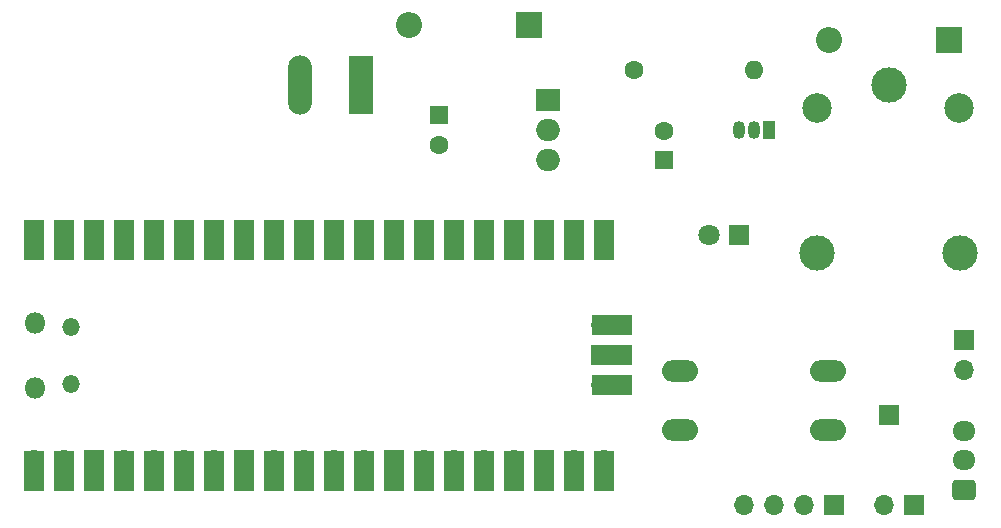
<source format=gbr>
%TF.GenerationSoftware,KiCad,Pcbnew,(6.0.9)*%
%TF.CreationDate,2022-11-10T13:56:48+05:30*%
%TF.ProjectId,Kajimba,4b616a69-6d62-4612-9e6b-696361645f70,rev?*%
%TF.SameCoordinates,Original*%
%TF.FileFunction,Soldermask,Top*%
%TF.FilePolarity,Negative*%
%FSLAX46Y46*%
G04 Gerber Fmt 4.6, Leading zero omitted, Abs format (unit mm)*
G04 Created by KiCad (PCBNEW (6.0.9)) date 2022-11-10 13:56:48*
%MOMM*%
%LPD*%
G01*
G04 APERTURE LIST*
G04 Aperture macros list*
%AMRoundRect*
0 Rectangle with rounded corners*
0 $1 Rounding radius*
0 $2 $3 $4 $5 $6 $7 $8 $9 X,Y pos of 4 corners*
0 Add a 4 corners polygon primitive as box body*
4,1,4,$2,$3,$4,$5,$6,$7,$8,$9,$2,$3,0*
0 Add four circle primitives for the rounded corners*
1,1,$1+$1,$2,$3*
1,1,$1+$1,$4,$5*
1,1,$1+$1,$6,$7*
1,1,$1+$1,$8,$9*
0 Add four rect primitives between the rounded corners*
20,1,$1+$1,$2,$3,$4,$5,0*
20,1,$1+$1,$4,$5,$6,$7,0*
20,1,$1+$1,$6,$7,$8,$9,0*
20,1,$1+$1,$8,$9,$2,$3,0*%
G04 Aperture macros list end*
%ADD10R,2.200000X2.200000*%
%ADD11O,2.200000X2.200000*%
%ADD12R,1.600000X1.600000*%
%ADD13C,1.600000*%
%ADD14R,1.700000X1.700000*%
%ADD15O,1.700000X1.700000*%
%ADD16RoundRect,0.250000X0.725000X-0.600000X0.725000X0.600000X-0.725000X0.600000X-0.725000X-0.600000X0*%
%ADD17O,1.950000X1.700000*%
%ADD18C,3.000000*%
%ADD19C,2.500000*%
%ADD20R,2.020000X5.020000*%
%ADD21O,2.020000X5.020000*%
%ADD22R,1.800000X1.800000*%
%ADD23C,1.800000*%
%ADD24O,3.048000X1.850000*%
%ADD25O,1.600000X1.600000*%
%ADD26R,1.050000X1.500000*%
%ADD27O,1.050000X1.500000*%
%ADD28R,2.000000X1.905000*%
%ADD29O,2.000000X1.905000*%
%ADD30O,1.800000X1.800000*%
%ADD31O,1.500000X1.500000*%
%ADD32R,1.700000X3.500000*%
%ADD33R,3.500000X1.700000*%
G04 APERTURE END LIST*
D10*
%TO.C,D2*%
X143510000Y-77470000D03*
D11*
X133350000Y-77470000D03*
%TD*%
D12*
%TO.C,C1*%
X135890000Y-85090000D03*
D13*
X135890000Y-87590000D03*
%TD*%
D14*
%TO.C,J4*%
X173990000Y-110490000D03*
%TD*%
%TO.C,J5*%
X176149000Y-118110000D03*
D15*
X173609000Y-118110000D03*
%TD*%
D16*
%TO.C,J2*%
X180340000Y-116800000D03*
D17*
X180340000Y-114300000D03*
X180340000Y-111800000D03*
%TD*%
D18*
%TO.C,K1*%
X173990000Y-82550000D03*
D19*
X167940000Y-84500000D03*
D18*
X167940000Y-96700000D03*
X179990000Y-96750000D03*
D19*
X179940000Y-84500000D03*
%TD*%
D20*
%TO.C,J1*%
X129280000Y-82550000D03*
D21*
X124100000Y-82550000D03*
%TD*%
D22*
%TO.C,D1*%
X161290000Y-95250000D03*
D23*
X158750000Y-95250000D03*
%TD*%
D24*
%TO.C,SW1*%
X156320000Y-106720000D03*
X168820000Y-106720000D03*
X156320000Y-111720000D03*
X168820000Y-111720000D03*
%TD*%
D14*
%TO.C,J3*%
X169370000Y-118110000D03*
D15*
X166830000Y-118110000D03*
X164290000Y-118110000D03*
X161750000Y-118110000D03*
%TD*%
D14*
%TO.C,J6*%
X180340000Y-104140000D03*
D15*
X180340000Y-106680000D03*
%TD*%
D13*
%TO.C,R1*%
X152400000Y-81280000D03*
D25*
X162560000Y-81280000D03*
%TD*%
D26*
%TO.C,Q1*%
X163830000Y-86360000D03*
D27*
X162560000Y-86360000D03*
X161290000Y-86360000D03*
%TD*%
D28*
%TO.C,U2*%
X145105000Y-83820000D03*
D29*
X145105000Y-86360000D03*
X145105000Y-88900000D03*
%TD*%
D10*
%TO.C,D3*%
X179070000Y-78740000D03*
D11*
X168910000Y-78740000D03*
%TD*%
D12*
%TO.C,C2*%
X154940000Y-88900000D03*
D13*
X154940000Y-86400000D03*
%TD*%
D30*
%TO.C,U1*%
X101730000Y-102685000D03*
D31*
X104760000Y-102985000D03*
D30*
X101730000Y-108135000D03*
D31*
X104760000Y-107835000D03*
D15*
X101600000Y-114300000D03*
D32*
X101600000Y-115200000D03*
X104140000Y-115200000D03*
D15*
X104140000Y-114300000D03*
D32*
X106680000Y-115200000D03*
D14*
X106680000Y-114300000D03*
D32*
X109220000Y-115200000D03*
D15*
X109220000Y-114300000D03*
D32*
X111760000Y-115200000D03*
D15*
X111760000Y-114300000D03*
D32*
X114300000Y-115200000D03*
D15*
X114300000Y-114300000D03*
D32*
X116840000Y-115200000D03*
D15*
X116840000Y-114300000D03*
D14*
X119380000Y-114300000D03*
D32*
X119380000Y-115200000D03*
X121920000Y-115200000D03*
D15*
X121920000Y-114300000D03*
D32*
X124460000Y-115200000D03*
D15*
X124460000Y-114300000D03*
D32*
X127000000Y-115200000D03*
D15*
X127000000Y-114300000D03*
D32*
X129540000Y-115200000D03*
D15*
X129540000Y-114300000D03*
D14*
X132080000Y-114300000D03*
D32*
X132080000Y-115200000D03*
X134620000Y-115200000D03*
D15*
X134620000Y-114300000D03*
X137160000Y-114300000D03*
D32*
X137160000Y-115200000D03*
X139700000Y-115200000D03*
D15*
X139700000Y-114300000D03*
X142240000Y-114300000D03*
D32*
X142240000Y-115200000D03*
X144780000Y-115200000D03*
D14*
X144780000Y-114300000D03*
D15*
X147320000Y-114300000D03*
D32*
X147320000Y-115200000D03*
X149860000Y-115200000D03*
D15*
X149860000Y-114300000D03*
X149860000Y-96520000D03*
D32*
X149860000Y-95620000D03*
D15*
X147320000Y-96520000D03*
D32*
X147320000Y-95620000D03*
X144780000Y-95620000D03*
D14*
X144780000Y-96520000D03*
D15*
X142240000Y-96520000D03*
D32*
X142240000Y-95620000D03*
X139700000Y-95620000D03*
D15*
X139700000Y-96520000D03*
X137160000Y-96520000D03*
D32*
X137160000Y-95620000D03*
D15*
X134620000Y-96520000D03*
D32*
X134620000Y-95620000D03*
D14*
X132080000Y-96520000D03*
D32*
X132080000Y-95620000D03*
D15*
X129540000Y-96520000D03*
D32*
X129540000Y-95620000D03*
D15*
X127000000Y-96520000D03*
D32*
X127000000Y-95620000D03*
D15*
X124460000Y-96520000D03*
D32*
X124460000Y-95620000D03*
D15*
X121920000Y-96520000D03*
D32*
X121920000Y-95620000D03*
D14*
X119380000Y-96520000D03*
D32*
X119380000Y-95620000D03*
X116840000Y-95620000D03*
D15*
X116840000Y-96520000D03*
D32*
X114300000Y-95620000D03*
D15*
X114300000Y-96520000D03*
X111760000Y-96520000D03*
D32*
X111760000Y-95620000D03*
D15*
X109220000Y-96520000D03*
D32*
X109220000Y-95620000D03*
X106680000Y-95620000D03*
D14*
X106680000Y-96520000D03*
D15*
X104140000Y-96520000D03*
D32*
X104140000Y-95620000D03*
D15*
X101600000Y-96520000D03*
D32*
X101600000Y-95620000D03*
D15*
X149630000Y-107950000D03*
D33*
X150530000Y-107950000D03*
X150530000Y-105410000D03*
D14*
X149630000Y-105410000D03*
D33*
X150530000Y-102870000D03*
D15*
X149630000Y-102870000D03*
%TD*%
M02*

</source>
